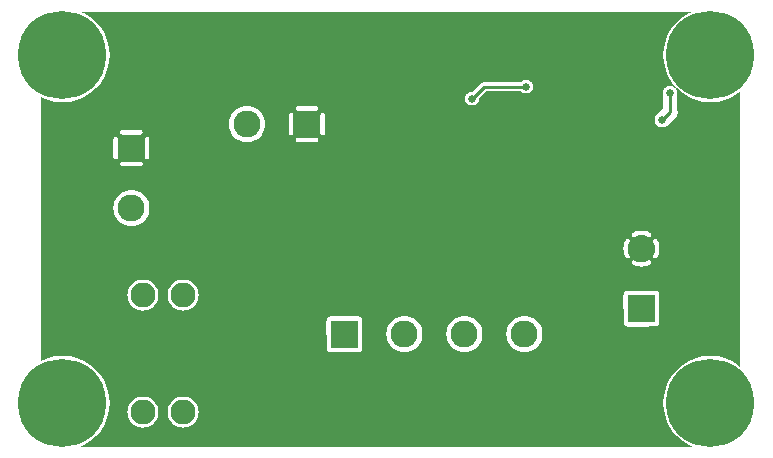
<source format=gbr>
G04 start of page 3 for group 1 idx 1 *
G04 Title: (unknown), bottom *
G04 Creator: pcb 4.0.2 *
G04 CreationDate: Thu Apr 18 02:51:52 2019 UTC *
G04 For: ndholmes *
G04 Format: Gerber/RS-274X *
G04 PCB-Dimensions (mil): 2500.00 1500.00 *
G04 PCB-Coordinate-Origin: lower left *
%MOIN*%
%FSLAX25Y25*%
%LNBOTTOM*%
%ADD32C,0.0630*%
%ADD31C,0.0550*%
%ADD30C,0.1285*%
%ADD29C,0.0120*%
%ADD28C,0.0260*%
%ADD27C,0.0900*%
%ADD26C,0.0830*%
%ADD25C,0.2937*%
%ADD24C,0.0100*%
%ADD23C,0.0001*%
G54D23*G36*
X218250Y11626D02*X218982Y9858D01*
X220272Y7753D01*
X221876Y5876D01*
X223753Y4272D01*
X225858Y2982D01*
X227022Y2500D01*
X218250D01*
Y11626D01*
G37*
G36*
Y127626D02*X218982Y125858D01*
X220272Y123753D01*
X221876Y121876D01*
X223753Y120272D01*
X225858Y118982D01*
X228138Y118038D01*
X230539Y117461D01*
X233000Y117268D01*
X235461Y117461D01*
X237862Y118038D01*
X240142Y118982D01*
X242247Y120272D01*
X243000Y120915D01*
Y29085D01*
X242247Y29728D01*
X240142Y31018D01*
X237862Y31962D01*
X235461Y32539D01*
X233000Y32732D01*
X230539Y32539D01*
X228138Y31962D01*
X225858Y31018D01*
X223753Y29728D01*
X221876Y28124D01*
X220272Y26247D01*
X218982Y24142D01*
X218250Y22374D01*
Y109217D01*
X218533Y109390D01*
X218838Y109662D01*
X221338Y112162D01*
X221610Y112467D01*
X221824Y112816D01*
X221980Y113194D01*
X222076Y113592D01*
X222108Y114000D01*
X222076Y114408D01*
X221980Y114806D01*
X221824Y115184D01*
X221800Y115223D01*
Y120500D01*
X221779Y120861D01*
X221694Y121213D01*
X221556Y121547D01*
X221366Y121856D01*
X221131Y122131D01*
X220856Y122366D01*
X220547Y122556D01*
X220213Y122694D01*
X219861Y122779D01*
X219500Y122807D01*
X219139Y122779D01*
X218787Y122694D01*
X218453Y122556D01*
X218250Y122431D01*
Y127626D01*
G37*
G36*
Y147500D02*X227022D01*
X225858Y147018D01*
X223753Y145728D01*
X221876Y144124D01*
X220272Y142247D01*
X218982Y140142D01*
X218250Y138374D01*
Y147500D01*
G37*
G36*
X214926Y109925D02*X215156Y109656D01*
X215467Y109390D01*
X215816Y109176D01*
X216194Y109020D01*
X216592Y108924D01*
X217000Y108892D01*
X217408Y108924D01*
X217806Y109020D01*
X218184Y109176D01*
X218250Y109217D01*
Y22374D01*
X218038Y21862D01*
X217461Y19461D01*
X217268Y17000D01*
X217461Y14539D01*
X218038Y12138D01*
X218250Y11626D01*
Y2500D01*
X214926D01*
Y42560D01*
X214965Y42569D01*
X215183Y42659D01*
X215384Y42783D01*
X215564Y42936D01*
X215717Y43116D01*
X215841Y43317D01*
X215931Y43535D01*
X215986Y43765D01*
X216000Y44000D01*
X215986Y53235D01*
X215931Y53465D01*
X215841Y53683D01*
X215717Y53884D01*
X215564Y54064D01*
X215384Y54217D01*
X215183Y54341D01*
X214965Y54431D01*
X214926Y54440D01*
Y65303D01*
X214930Y65305D01*
X215033Y65364D01*
X215125Y65438D01*
X215204Y65525D01*
X215266Y65625D01*
X215511Y66112D01*
X215705Y66622D01*
X215852Y67148D01*
X215951Y67684D01*
X216000Y68227D01*
Y68773D01*
X215951Y69316D01*
X215852Y69852D01*
X215705Y70378D01*
X215511Y70888D01*
X215272Y71378D01*
X215208Y71478D01*
X215128Y71566D01*
X215035Y71640D01*
X214932Y71699D01*
X214926Y71702D01*
Y109925D01*
G37*
G36*
Y147500D02*X218250D01*
Y138374D01*
X218038Y137862D01*
X217461Y135461D01*
X217268Y133000D01*
X217461Y130539D01*
X218038Y128138D01*
X218250Y127626D01*
Y122431D01*
X218144Y122366D01*
X217869Y122131D01*
X217634Y121856D01*
X217444Y121547D01*
X217306Y121213D01*
X217221Y120861D01*
X217193Y120500D01*
X217200Y120410D01*
Y115377D01*
X215162Y113338D01*
X214926Y113073D01*
Y147500D01*
G37*
G36*
Y2500D02*X210000D01*
Y42507D01*
X214735Y42514D01*
X214926Y42560D01*
Y2500D01*
G37*
G36*
X210000Y147500D02*X214926D01*
Y113073D01*
X214890Y113033D01*
X214676Y112684D01*
X214520Y112306D01*
X214424Y111908D01*
X214392Y111500D01*
X214424Y111092D01*
X214520Y110694D01*
X214676Y110316D01*
X214890Y109967D01*
X214926Y109925D01*
Y71702D01*
X214821Y71742D01*
X214705Y71766D01*
X214587Y71772D01*
X214468Y71760D01*
X214354Y71729D01*
X214245Y71680D01*
X214146Y71615D01*
X214058Y71535D01*
X213983Y71443D01*
X213924Y71340D01*
X213882Y71229D01*
X213857Y71113D01*
X213851Y70994D01*
X213864Y70876D01*
X213895Y70761D01*
X213946Y70654D01*
X214129Y70289D01*
X214274Y69907D01*
X214384Y69513D01*
X214458Y69111D01*
X214495Y68704D01*
Y68296D01*
X214458Y67889D01*
X214384Y67487D01*
X214274Y67093D01*
X214129Y66711D01*
X213950Y66344D01*
X213900Y66237D01*
X213869Y66123D01*
X213856Y66006D01*
X213862Y65888D01*
X213886Y65772D01*
X213928Y65662D01*
X213987Y65560D01*
X214061Y65468D01*
X214149Y65389D01*
X214248Y65324D01*
X214355Y65276D01*
X214469Y65245D01*
X214587Y65232D01*
X214705Y65238D01*
X214820Y65263D01*
X214926Y65303D01*
Y54440D01*
X214735Y54486D01*
X214500Y54500D01*
X210000Y54493D01*
Y62500D01*
X210273D01*
X210816Y62549D01*
X211352Y62648D01*
X211878Y62795D01*
X212388Y62989D01*
X212878Y63228D01*
X212978Y63292D01*
X213066Y63372D01*
X213140Y63465D01*
X213199Y63568D01*
X213242Y63679D01*
X213266Y63795D01*
X213272Y63913D01*
X213260Y64032D01*
X213229Y64146D01*
X213180Y64255D01*
X213115Y64354D01*
X213035Y64442D01*
X212943Y64517D01*
X212840Y64576D01*
X212729Y64618D01*
X212613Y64643D01*
X212494Y64649D01*
X212376Y64636D01*
X212261Y64605D01*
X212154Y64554D01*
X211789Y64371D01*
X211407Y64226D01*
X211013Y64116D01*
X210611Y64042D01*
X210204Y64005D01*
X210000D01*
Y72995D01*
X210204D01*
X210611Y72958D01*
X211013Y72884D01*
X211407Y72774D01*
X211789Y72629D01*
X212156Y72450D01*
X212263Y72400D01*
X212377Y72369D01*
X212494Y72356D01*
X212612Y72362D01*
X212728Y72386D01*
X212838Y72428D01*
X212940Y72487D01*
X213032Y72561D01*
X213111Y72649D01*
X213176Y72748D01*
X213224Y72855D01*
X213255Y72969D01*
X213268Y73087D01*
X213262Y73205D01*
X213237Y73320D01*
X213195Y73430D01*
X213136Y73533D01*
X213062Y73625D01*
X212975Y73704D01*
X212875Y73766D01*
X212388Y74011D01*
X211878Y74205D01*
X211352Y74352D01*
X210816Y74451D01*
X210273Y74500D01*
X210000D01*
Y147500D01*
G37*
G36*
X205074Y42560D02*X205265Y42514D01*
X205500Y42500D01*
X210000Y42507D01*
Y2500D01*
X205074D01*
Y42560D01*
G37*
G36*
Y147500D02*X210000D01*
Y74500D01*
X209727D01*
X209184Y74451D01*
X208648Y74352D01*
X208122Y74205D01*
X207612Y74011D01*
X207122Y73772D01*
X207022Y73708D01*
X206934Y73628D01*
X206860Y73535D01*
X206801Y73432D01*
X206758Y73321D01*
X206734Y73205D01*
X206728Y73087D01*
X206740Y72968D01*
X206771Y72854D01*
X206820Y72745D01*
X206885Y72646D01*
X206965Y72558D01*
X207057Y72483D01*
X207160Y72424D01*
X207271Y72382D01*
X207387Y72357D01*
X207506Y72351D01*
X207624Y72364D01*
X207739Y72395D01*
X207846Y72446D01*
X208211Y72629D01*
X208593Y72774D01*
X208987Y72884D01*
X209389Y72958D01*
X209796Y72995D01*
X210000D01*
Y64005D01*
X209796D01*
X209389Y64042D01*
X208987Y64116D01*
X208593Y64226D01*
X208211Y64371D01*
X207844Y64550D01*
X207737Y64600D01*
X207623Y64631D01*
X207506Y64644D01*
X207388Y64638D01*
X207272Y64614D01*
X207162Y64572D01*
X207060Y64513D01*
X206968Y64439D01*
X206889Y64351D01*
X206824Y64252D01*
X206776Y64145D01*
X206745Y64031D01*
X206732Y63913D01*
X206738Y63795D01*
X206763Y63680D01*
X206805Y63570D01*
X206864Y63467D01*
X206938Y63375D01*
X207025Y63296D01*
X207125Y63234D01*
X207612Y62989D01*
X208122Y62795D01*
X208648Y62648D01*
X209184Y62549D01*
X209727Y62500D01*
X210000D01*
Y54493D01*
X205265Y54486D01*
X205074Y54440D01*
Y65298D01*
X205179Y65258D01*
X205295Y65234D01*
X205413Y65228D01*
X205532Y65240D01*
X205646Y65271D01*
X205755Y65320D01*
X205854Y65385D01*
X205942Y65465D01*
X206017Y65557D01*
X206076Y65660D01*
X206118Y65771D01*
X206143Y65887D01*
X206149Y66006D01*
X206136Y66124D01*
X206105Y66239D01*
X206054Y66346D01*
X205871Y66711D01*
X205726Y67093D01*
X205616Y67487D01*
X205542Y67889D01*
X205505Y68296D01*
Y68704D01*
X205542Y69111D01*
X205616Y69513D01*
X205726Y69907D01*
X205871Y70289D01*
X206050Y70656D01*
X206100Y70763D01*
X206131Y70877D01*
X206144Y70994D01*
X206138Y71112D01*
X206114Y71228D01*
X206072Y71338D01*
X206013Y71440D01*
X205939Y71532D01*
X205851Y71611D01*
X205752Y71676D01*
X205645Y71724D01*
X205531Y71755D01*
X205413Y71768D01*
X205295Y71762D01*
X205180Y71737D01*
X205074Y71697D01*
Y147500D01*
G37*
G36*
X170991D02*X205074D01*
Y71697D01*
X205070Y71695D01*
X204967Y71636D01*
X204875Y71562D01*
X204796Y71475D01*
X204734Y71375D01*
X204489Y70888D01*
X204295Y70378D01*
X204148Y69852D01*
X204049Y69316D01*
X204000Y68773D01*
Y68227D01*
X204049Y67684D01*
X204148Y67148D01*
X204295Y66622D01*
X204489Y66112D01*
X204728Y65622D01*
X204792Y65522D01*
X204872Y65434D01*
X204965Y65360D01*
X205068Y65301D01*
X205074Y65298D01*
Y54440D01*
X205035Y54431D01*
X204817Y54341D01*
X204616Y54217D01*
X204436Y54064D01*
X204283Y53884D01*
X204159Y53683D01*
X204069Y53465D01*
X204014Y53235D01*
X204000Y53000D01*
X204014Y43765D01*
X204069Y43535D01*
X204159Y43317D01*
X204283Y43116D01*
X204436Y42936D01*
X204616Y42783D01*
X204817Y42659D01*
X205035Y42569D01*
X205074Y42560D01*
Y2500D01*
X170991D01*
Y33982D01*
X171000Y33981D01*
X171942Y34056D01*
X172860Y34276D01*
X173732Y34637D01*
X174538Y35131D01*
X175256Y35744D01*
X175869Y36462D01*
X176363Y37268D01*
X176724Y38140D01*
X176944Y39058D01*
X177000Y40000D01*
X176944Y40942D01*
X176724Y41860D01*
X176363Y42732D01*
X175869Y43538D01*
X175256Y44256D01*
X174538Y44869D01*
X173732Y45363D01*
X172860Y45724D01*
X171942Y45944D01*
X171000Y46019D01*
X170991Y46018D01*
Y120257D01*
X171139Y120221D01*
X171500Y120193D01*
X171861Y120221D01*
X172213Y120306D01*
X172547Y120444D01*
X172856Y120634D01*
X173131Y120869D01*
X173366Y121144D01*
X173556Y121453D01*
X173694Y121787D01*
X173779Y122139D01*
X173800Y122500D01*
X173779Y122861D01*
X173694Y123213D01*
X173556Y123547D01*
X173366Y123856D01*
X173131Y124131D01*
X172856Y124366D01*
X172547Y124556D01*
X172213Y124694D01*
X171861Y124779D01*
X171500Y124807D01*
X171139Y124779D01*
X170991Y124743D01*
Y147500D01*
G37*
G36*
Y2500D02*X162496D01*
Y121000D01*
X169756D01*
X169869Y120869D01*
X170144Y120634D01*
X170453Y120444D01*
X170787Y120306D01*
X170991Y120257D01*
Y46018D01*
X170058Y45944D01*
X169140Y45724D01*
X168268Y45363D01*
X167462Y44869D01*
X166744Y44256D01*
X166131Y43538D01*
X165637Y42732D01*
X165276Y41860D01*
X165056Y40942D01*
X164981Y40000D01*
X165056Y39058D01*
X165276Y38140D01*
X165637Y37268D01*
X166131Y36462D01*
X166744Y35744D01*
X167462Y35131D01*
X168268Y34637D01*
X169140Y34276D01*
X170058Y34056D01*
X170991Y33982D01*
Y2500D01*
G37*
G36*
X162496Y147500D02*X170991D01*
Y124743D01*
X170787Y124694D01*
X170453Y124556D01*
X170144Y124366D01*
X169869Y124131D01*
X169756Y124000D01*
X162496D01*
Y147500D01*
G37*
G36*
X150991D02*X162496D01*
Y124000D01*
X157559D01*
X157500Y124005D01*
X157265Y123986D01*
X157035Y123931D01*
X156817Y123841D01*
X156616Y123717D01*
X156615Y123717D01*
X156436Y123564D01*
X156398Y123519D01*
X153672Y120794D01*
X153500Y120807D01*
X153139Y120779D01*
X152787Y120694D01*
X152453Y120556D01*
X152144Y120366D01*
X151869Y120131D01*
X151634Y119856D01*
X151444Y119547D01*
X151306Y119213D01*
X151221Y118861D01*
X151193Y118500D01*
X151221Y118139D01*
X151306Y117787D01*
X151444Y117453D01*
X151634Y117144D01*
X151869Y116869D01*
X152144Y116634D01*
X152453Y116444D01*
X152787Y116306D01*
X153139Y116221D01*
X153500Y116193D01*
X153861Y116221D01*
X154213Y116306D01*
X154547Y116444D01*
X154856Y116634D01*
X155131Y116869D01*
X155366Y117144D01*
X155556Y117453D01*
X155694Y117787D01*
X155779Y118139D01*
X155800Y118500D01*
X155790Y118669D01*
X158121Y121000D01*
X162496D01*
Y2500D01*
X150991D01*
Y33982D01*
X151000Y33981D01*
X151942Y34056D01*
X152860Y34276D01*
X153732Y34637D01*
X154538Y35131D01*
X155256Y35744D01*
X155869Y36462D01*
X156363Y37268D01*
X156724Y38140D01*
X156944Y39058D01*
X157000Y40000D01*
X156944Y40942D01*
X156724Y41860D01*
X156363Y42732D01*
X155869Y43538D01*
X155256Y44256D01*
X154538Y44869D01*
X153732Y45363D01*
X152860Y45724D01*
X151942Y45944D01*
X151000Y46019D01*
X150991Y46018D01*
Y147500D01*
G37*
G36*
X130991D02*X150991D01*
Y46018D01*
X150058Y45944D01*
X149140Y45724D01*
X148268Y45363D01*
X147462Y44869D01*
X146744Y44256D01*
X146131Y43538D01*
X145637Y42732D01*
X145276Y41860D01*
X145056Y40942D01*
X144981Y40000D01*
X145056Y39058D01*
X145276Y38140D01*
X145637Y37268D01*
X146131Y36462D01*
X146744Y35744D01*
X147462Y35131D01*
X148268Y34637D01*
X149140Y34276D01*
X150058Y34056D01*
X150991Y33982D01*
Y2500D01*
X130991D01*
Y33982D01*
X131000Y33981D01*
X131942Y34056D01*
X132860Y34276D01*
X133732Y34637D01*
X134538Y35131D01*
X135256Y35744D01*
X135869Y36462D01*
X136363Y37268D01*
X136724Y38140D01*
X136944Y39058D01*
X137000Y40000D01*
X136944Y40942D01*
X136724Y41860D01*
X136363Y42732D01*
X135869Y43538D01*
X135256Y44256D01*
X134538Y44869D01*
X133732Y45363D01*
X132860Y45724D01*
X131942Y45944D01*
X131000Y46019D01*
X130991Y46018D01*
Y147500D01*
G37*
G36*
X111000D02*X130991D01*
Y46018D01*
X130058Y45944D01*
X129140Y45724D01*
X128268Y45363D01*
X127462Y44869D01*
X126744Y44256D01*
X126131Y43538D01*
X125637Y42732D01*
X125276Y41860D01*
X125056Y40942D01*
X124981Y40000D01*
X125056Y39058D01*
X125276Y38140D01*
X125637Y37268D01*
X126131Y36462D01*
X126744Y35744D01*
X127462Y35131D01*
X128268Y34637D01*
X129140Y34276D01*
X130058Y34056D01*
X130991Y33982D01*
Y2500D01*
X111000D01*
Y34007D01*
X115735Y34014D01*
X115965Y34069D01*
X116183Y34159D01*
X116384Y34283D01*
X116564Y34436D01*
X116717Y34616D01*
X116841Y34817D01*
X116931Y35035D01*
X116986Y35265D01*
X117000Y35500D01*
X116986Y44735D01*
X116931Y44965D01*
X116841Y45183D01*
X116717Y45384D01*
X116564Y45564D01*
X116384Y45717D01*
X116183Y45841D01*
X115965Y45931D01*
X115735Y45986D01*
X115500Y46000D01*
X111000Y45993D01*
Y147500D01*
G37*
G36*
X103750D02*X111000D01*
Y45993D01*
X106265Y45986D01*
X106035Y45931D01*
X105817Y45841D01*
X105616Y45717D01*
X105436Y45564D01*
X105283Y45384D01*
X105159Y45183D01*
X105069Y44965D01*
X105014Y44735D01*
X105000Y44500D01*
X105014Y35265D01*
X105069Y35035D01*
X105159Y34817D01*
X105283Y34616D01*
X105436Y34436D01*
X105616Y34283D01*
X105817Y34159D01*
X106035Y34069D01*
X106265Y34014D01*
X106500Y34000D01*
X111000Y34007D01*
Y2500D01*
X103750D01*
Y106248D01*
X103868Y106257D01*
X103982Y106285D01*
X104092Y106330D01*
X104192Y106391D01*
X104282Y106468D01*
X104359Y106558D01*
X104420Y106658D01*
X104465Y106768D01*
X104493Y106882D01*
X104500Y107000D01*
Y113000D01*
X104493Y113118D01*
X104465Y113232D01*
X104420Y113342D01*
X104359Y113442D01*
X104282Y113532D01*
X104192Y113609D01*
X104092Y113670D01*
X103982Y113715D01*
X103868Y113743D01*
X103750Y113752D01*
Y147500D01*
G37*
G36*
X98500D02*X103750D01*
Y113752D01*
X103632Y113743D01*
X103518Y113715D01*
X103408Y113670D01*
X103308Y113609D01*
X103218Y113532D01*
X103141Y113442D01*
X103080Y113342D01*
X103035Y113232D01*
X103007Y113118D01*
X103000Y113000D01*
Y107000D01*
X103007Y106882D01*
X103035Y106768D01*
X103080Y106658D01*
X103141Y106558D01*
X103218Y106468D01*
X103308Y106391D01*
X103408Y106330D01*
X103518Y106285D01*
X103632Y106257D01*
X103750Y106248D01*
Y2500D01*
X98500D01*
Y104000D01*
X101500D01*
X101618Y104007D01*
X101732Y104035D01*
X101842Y104080D01*
X101942Y104141D01*
X102032Y104218D01*
X102109Y104308D01*
X102170Y104408D01*
X102215Y104518D01*
X102243Y104632D01*
X102252Y104750D01*
X102243Y104868D01*
X102215Y104982D01*
X102170Y105092D01*
X102109Y105192D01*
X102032Y105282D01*
X101942Y105359D01*
X101842Y105420D01*
X101732Y105465D01*
X101618Y105493D01*
X101500Y105500D01*
X98500D01*
Y114500D01*
X101500D01*
X101618Y114507D01*
X101732Y114535D01*
X101842Y114580D01*
X101942Y114641D01*
X102032Y114718D01*
X102109Y114808D01*
X102170Y114908D01*
X102215Y115018D01*
X102243Y115132D01*
X102252Y115250D01*
X102243Y115368D01*
X102215Y115482D01*
X102170Y115592D01*
X102109Y115692D01*
X102032Y115782D01*
X101942Y115859D01*
X101842Y115920D01*
X101732Y115965D01*
X101618Y115993D01*
X101500Y116000D01*
X98500D01*
Y147500D01*
G37*
G36*
X93250D02*X98500D01*
Y116000D01*
X95500D01*
X95382Y115993D01*
X95268Y115965D01*
X95158Y115920D01*
X95058Y115859D01*
X94968Y115782D01*
X94891Y115692D01*
X94830Y115592D01*
X94785Y115482D01*
X94757Y115368D01*
X94748Y115250D01*
X94757Y115132D01*
X94785Y115018D01*
X94830Y114908D01*
X94891Y114808D01*
X94968Y114718D01*
X95058Y114641D01*
X95158Y114580D01*
X95268Y114535D01*
X95382Y114507D01*
X95500Y114500D01*
X98500D01*
Y105500D01*
X95500D01*
X95382Y105493D01*
X95268Y105465D01*
X95158Y105420D01*
X95058Y105359D01*
X94968Y105282D01*
X94891Y105192D01*
X94830Y105092D01*
X94785Y104982D01*
X94757Y104868D01*
X94748Y104750D01*
X94757Y104632D01*
X94785Y104518D01*
X94830Y104408D01*
X94891Y104308D01*
X94968Y104218D01*
X95058Y104141D01*
X95158Y104080D01*
X95268Y104035D01*
X95382Y104007D01*
X95500Y104000D01*
X98500D01*
Y2500D01*
X93250D01*
Y106248D01*
X93368Y106257D01*
X93482Y106285D01*
X93592Y106330D01*
X93692Y106391D01*
X93782Y106468D01*
X93859Y106558D01*
X93920Y106658D01*
X93965Y106768D01*
X93993Y106882D01*
X94000Y107000D01*
Y113000D01*
X93993Y113118D01*
X93965Y113232D01*
X93920Y113342D01*
X93859Y113442D01*
X93782Y113532D01*
X93692Y113609D01*
X93592Y113670D01*
X93482Y113715D01*
X93368Y113743D01*
X93250Y113752D01*
Y147500D01*
G37*
G36*
X78500D02*X93250D01*
Y113752D01*
X93132Y113743D01*
X93018Y113715D01*
X92908Y113670D01*
X92808Y113609D01*
X92718Y113532D01*
X92641Y113442D01*
X92580Y113342D01*
X92535Y113232D01*
X92507Y113118D01*
X92500Y113000D01*
Y107000D01*
X92507Y106882D01*
X92535Y106768D01*
X92580Y106658D01*
X92641Y106558D01*
X92718Y106468D01*
X92808Y106391D01*
X92908Y106330D01*
X93018Y106285D01*
X93132Y106257D01*
X93250Y106248D01*
Y2500D01*
X78500D01*
Y103981D01*
X79442Y104056D01*
X80360Y104276D01*
X81232Y104637D01*
X82038Y105131D01*
X82756Y105744D01*
X83369Y106462D01*
X83863Y107268D01*
X84224Y108140D01*
X84444Y109058D01*
X84500Y110000D01*
X84444Y110942D01*
X84224Y111860D01*
X83863Y112732D01*
X83369Y113538D01*
X82756Y114256D01*
X82038Y114869D01*
X81232Y115363D01*
X80360Y115724D01*
X79442Y115944D01*
X78500Y116019D01*
Y147500D01*
G37*
G36*
X91000D02*Y2500D01*
X78491D01*
Y103982D01*
X78500Y103981D01*
X79442Y104056D01*
X80360Y104276D01*
X81232Y104637D01*
X82038Y105131D01*
X82756Y105744D01*
X83369Y106462D01*
X83863Y107268D01*
X84224Y108140D01*
X84444Y109058D01*
X84500Y110000D01*
X84444Y110942D01*
X84224Y111860D01*
X83863Y112732D01*
X83369Y113538D01*
X82756Y114256D01*
X82038Y114869D01*
X81232Y115363D01*
X80360Y115724D01*
X79442Y115944D01*
X78500Y116019D01*
X78491Y116018D01*
Y147500D01*
X91000D01*
G37*
G36*
X78491Y2500D02*X57192D01*
Y8835D01*
X57200Y8834D01*
X58008Y8898D01*
X58796Y9087D01*
X59545Y9397D01*
X60236Y9821D01*
X60853Y10347D01*
X61379Y10964D01*
X61803Y11655D01*
X62113Y12404D01*
X62302Y13192D01*
X62350Y14000D01*
X62302Y14808D01*
X62113Y15596D01*
X61803Y16345D01*
X61379Y17036D01*
X60853Y17653D01*
X60236Y18179D01*
X59545Y18603D01*
X58796Y18913D01*
X58008Y19102D01*
X57200Y19166D01*
X57192Y19165D01*
Y47835D01*
X57200Y47834D01*
X58008Y47898D01*
X58796Y48087D01*
X59545Y48397D01*
X60236Y48821D01*
X60853Y49347D01*
X61379Y49964D01*
X61803Y50655D01*
X62113Y51404D01*
X62302Y52192D01*
X62350Y53000D01*
X62302Y53808D01*
X62113Y54596D01*
X61803Y55345D01*
X61379Y56036D01*
X60853Y56653D01*
X60236Y57179D01*
X59545Y57603D01*
X58796Y57913D01*
X58008Y58102D01*
X57200Y58166D01*
X57192Y58165D01*
Y147500D01*
X78491D01*
Y116018D01*
X77558Y115944D01*
X76640Y115724D01*
X75768Y115363D01*
X74962Y114869D01*
X74244Y114256D01*
X73631Y113538D01*
X73137Y112732D01*
X72776Y111860D01*
X72556Y110942D01*
X72481Y110000D01*
X72556Y109058D01*
X72776Y108140D01*
X73137Y107268D01*
X73631Y106462D01*
X74244Y105744D01*
X74962Y105131D01*
X75768Y104637D01*
X76640Y104276D01*
X77558Y104056D01*
X78491Y103982D01*
Y2500D01*
G37*
G36*
X57192D02*X45250D01*
Y9052D01*
X45396Y9087D01*
X46145Y9397D01*
X46836Y9821D01*
X47453Y10347D01*
X47979Y10964D01*
X48403Y11655D01*
X48713Y12404D01*
X48902Y13192D01*
X48950Y14000D01*
X48902Y14808D01*
X48713Y15596D01*
X48403Y16345D01*
X47979Y17036D01*
X47453Y17653D01*
X46836Y18179D01*
X46145Y18603D01*
X45396Y18913D01*
X45250Y18948D01*
Y48052D01*
X45396Y48087D01*
X46145Y48397D01*
X46836Y48821D01*
X47453Y49347D01*
X47979Y49964D01*
X48403Y50655D01*
X48713Y51404D01*
X48902Y52192D01*
X48950Y53000D01*
X48902Y53808D01*
X48713Y54596D01*
X48403Y55345D01*
X47979Y56036D01*
X47453Y56653D01*
X46836Y57179D01*
X46145Y57603D01*
X45396Y57913D01*
X45250Y57948D01*
Y79084D01*
X45363Y79268D01*
X45724Y80140D01*
X45944Y81058D01*
X46000Y82000D01*
X45944Y82942D01*
X45724Y83860D01*
X45363Y84732D01*
X45250Y84916D01*
Y98248D01*
X45368Y98257D01*
X45482Y98285D01*
X45592Y98330D01*
X45692Y98391D01*
X45782Y98468D01*
X45859Y98558D01*
X45920Y98658D01*
X45965Y98768D01*
X45993Y98882D01*
X46000Y99000D01*
Y105000D01*
X45993Y105118D01*
X45965Y105232D01*
X45920Y105342D01*
X45859Y105442D01*
X45782Y105532D01*
X45692Y105609D01*
X45592Y105670D01*
X45482Y105715D01*
X45368Y105743D01*
X45250Y105752D01*
Y147500D01*
X57192D01*
Y58165D01*
X56392Y58102D01*
X55604Y57913D01*
X54855Y57603D01*
X54164Y57179D01*
X53547Y56653D01*
X53021Y56036D01*
X52597Y55345D01*
X52287Y54596D01*
X52098Y53808D01*
X52034Y53000D01*
X52098Y52192D01*
X52287Y51404D01*
X52597Y50655D01*
X53021Y49964D01*
X53547Y49347D01*
X54164Y48821D01*
X54855Y48397D01*
X55604Y48087D01*
X56392Y47898D01*
X57192Y47835D01*
Y19165D01*
X56392Y19102D01*
X55604Y18913D01*
X54855Y18603D01*
X54164Y18179D01*
X53547Y17653D01*
X53021Y17036D01*
X52597Y16345D01*
X52287Y15596D01*
X52098Y14808D01*
X52034Y14000D01*
X52098Y13192D01*
X52287Y12404D01*
X52597Y11655D01*
X53021Y10964D01*
X53547Y10347D01*
X54164Y9821D01*
X54855Y9397D01*
X55604Y9087D01*
X56392Y8898D01*
X57192Y8835D01*
Y2500D01*
G37*
G36*
X45250Y84916D02*X44869Y85538D01*
X44256Y86256D01*
X43792Y86652D01*
Y147500D01*
X45250D01*
Y105752D01*
X45132Y105743D01*
X45018Y105715D01*
X44908Y105670D01*
X44808Y105609D01*
X44718Y105532D01*
X44641Y105442D01*
X44580Y105342D01*
X44535Y105232D01*
X44507Y105118D01*
X44500Y105000D01*
Y99000D01*
X44507Y98882D01*
X44535Y98768D01*
X44580Y98658D01*
X44641Y98558D01*
X44718Y98468D01*
X44808Y98391D01*
X44908Y98330D01*
X45018Y98285D01*
X45132Y98257D01*
X45250Y98248D01*
Y84916D01*
G37*
G36*
Y57948D02*X44608Y58102D01*
X43800Y58166D01*
X43792Y58165D01*
Y77348D01*
X44256Y77744D01*
X44869Y78462D01*
X45250Y79084D01*
Y57948D01*
G37*
G36*
Y18948D02*X44608Y19102D01*
X43800Y19166D01*
X43792Y19165D01*
Y47835D01*
X43800Y47834D01*
X44608Y47898D01*
X45250Y48052D01*
Y18948D01*
G37*
G36*
Y2500D02*X43792D01*
Y8835D01*
X43800Y8834D01*
X44608Y8898D01*
X45250Y9052D01*
Y2500D01*
G37*
G36*
X40000Y49519D02*X40147Y49347D01*
X40764Y48821D01*
X41455Y48397D01*
X42204Y48087D01*
X42992Y47898D01*
X43792Y47835D01*
Y19165D01*
X42992Y19102D01*
X42204Y18913D01*
X41455Y18603D01*
X40764Y18179D01*
X40147Y17653D01*
X40000Y17481D01*
Y49519D01*
G37*
G36*
Y75981D02*X40942Y76056D01*
X41860Y76276D01*
X42732Y76637D01*
X43538Y77131D01*
X43792Y77348D01*
Y58165D01*
X42992Y58102D01*
X42204Y57913D01*
X41455Y57603D01*
X40764Y57179D01*
X40147Y56653D01*
X40000Y56481D01*
Y75981D01*
G37*
G36*
Y147500D02*X43792D01*
Y86652D01*
X43538Y86869D01*
X42732Y87363D01*
X41860Y87724D01*
X40942Y87944D01*
X40000Y88019D01*
Y96000D01*
X43000D01*
X43118Y96007D01*
X43232Y96035D01*
X43342Y96080D01*
X43442Y96141D01*
X43532Y96218D01*
X43609Y96308D01*
X43670Y96408D01*
X43715Y96518D01*
X43743Y96632D01*
X43752Y96750D01*
X43743Y96868D01*
X43715Y96982D01*
X43670Y97092D01*
X43609Y97192D01*
X43532Y97282D01*
X43442Y97359D01*
X43342Y97420D01*
X43232Y97465D01*
X43118Y97493D01*
X43000Y97500D01*
X40000D01*
Y106500D01*
X43000D01*
X43118Y106507D01*
X43232Y106535D01*
X43342Y106580D01*
X43442Y106641D01*
X43532Y106718D01*
X43609Y106808D01*
X43670Y106908D01*
X43715Y107018D01*
X43743Y107132D01*
X43752Y107250D01*
X43743Y107368D01*
X43715Y107482D01*
X43670Y107592D01*
X43609Y107692D01*
X43532Y107782D01*
X43442Y107859D01*
X43342Y107920D01*
X43232Y107965D01*
X43118Y107993D01*
X43000Y108000D01*
X40000D01*
Y147500D01*
G37*
G36*
X43792Y2500D02*X40000D01*
Y10519D01*
X40147Y10347D01*
X40764Y9821D01*
X41455Y9397D01*
X42204Y9087D01*
X42992Y8898D01*
X43792Y8835D01*
Y2500D01*
G37*
G36*
X34750Y147500D02*X40000D01*
Y108000D01*
X37000D01*
X36882Y107993D01*
X36768Y107965D01*
X36658Y107920D01*
X36558Y107859D01*
X36468Y107782D01*
X36391Y107692D01*
X36330Y107592D01*
X36285Y107482D01*
X36257Y107368D01*
X36248Y107250D01*
X36257Y107132D01*
X36285Y107018D01*
X36330Y106908D01*
X36391Y106808D01*
X36468Y106718D01*
X36558Y106641D01*
X36658Y106580D01*
X36768Y106535D01*
X36882Y106507D01*
X37000Y106500D01*
X40000D01*
Y97500D01*
X37000D01*
X36882Y97493D01*
X36768Y97465D01*
X36658Y97420D01*
X36558Y97359D01*
X36468Y97282D01*
X36391Y97192D01*
X36330Y97092D01*
X36285Y96982D01*
X36257Y96868D01*
X36248Y96750D01*
X36257Y96632D01*
X36285Y96518D01*
X36330Y96408D01*
X36391Y96308D01*
X36468Y96218D01*
X36558Y96141D01*
X36658Y96080D01*
X36768Y96035D01*
X36882Y96007D01*
X37000Y96000D01*
X40000D01*
Y88019D01*
X39058Y87944D01*
X38140Y87724D01*
X37268Y87363D01*
X36462Y86869D01*
X35744Y86256D01*
X35131Y85538D01*
X34750Y84916D01*
Y98248D01*
X34868Y98257D01*
X34982Y98285D01*
X35092Y98330D01*
X35192Y98391D01*
X35282Y98468D01*
X35359Y98558D01*
X35420Y98658D01*
X35465Y98768D01*
X35493Y98882D01*
X35500Y99000D01*
Y105000D01*
X35493Y105118D01*
X35465Y105232D01*
X35420Y105342D01*
X35359Y105442D01*
X35282Y105532D01*
X35192Y105609D01*
X35092Y105670D01*
X34982Y105715D01*
X34868Y105743D01*
X34750Y105752D01*
Y147500D01*
G37*
G36*
X40000Y2500D02*X34750D01*
Y79084D01*
X35131Y78462D01*
X35744Y77744D01*
X36462Y77131D01*
X37268Y76637D01*
X38140Y76276D01*
X39058Y76056D01*
X40000Y75981D01*
Y56481D01*
X39621Y56036D01*
X39197Y55345D01*
X38887Y54596D01*
X38698Y53808D01*
X38634Y53000D01*
X38698Y52192D01*
X38887Y51404D01*
X39197Y50655D01*
X39621Y49964D01*
X40000Y49519D01*
Y17481D01*
X39621Y17036D01*
X39197Y16345D01*
X38887Y15596D01*
X38698Y14808D01*
X38634Y14000D01*
X38698Y13192D01*
X38887Y12404D01*
X39197Y11655D01*
X39621Y10964D01*
X40000Y10519D01*
Y2500D01*
G37*
G36*
X34750D02*X22978D01*
X24142Y2982D01*
X26247Y4272D01*
X28124Y5876D01*
X29728Y7753D01*
X31018Y9858D01*
X31962Y12138D01*
X32539Y14539D01*
X32684Y17000D01*
X32539Y19461D01*
X31962Y21862D01*
X31018Y24142D01*
X29728Y26247D01*
X28124Y28124D01*
X26247Y29728D01*
X24142Y31018D01*
X21862Y31962D01*
X19461Y32539D01*
X17000Y32732D01*
X14539Y32539D01*
X12138Y31962D01*
X10000Y31077D01*
Y118923D01*
X12138Y118038D01*
X14539Y117461D01*
X17000Y117268D01*
X19461Y117461D01*
X21862Y118038D01*
X24142Y118982D01*
X26247Y120272D01*
X28124Y121876D01*
X29728Y123753D01*
X31018Y125858D01*
X31962Y128138D01*
X32539Y130539D01*
X32684Y133000D01*
X32539Y135461D01*
X31962Y137862D01*
X31018Y140142D01*
X29728Y142247D01*
X28124Y144124D01*
X26247Y145728D01*
X24142Y147018D01*
X22978Y147500D01*
X34750D01*
Y105752D01*
X34632Y105743D01*
X34518Y105715D01*
X34408Y105670D01*
X34308Y105609D01*
X34218Y105532D01*
X34141Y105442D01*
X34080Y105342D01*
X34035Y105232D01*
X34007Y105118D01*
X34000Y105000D01*
Y99000D01*
X34007Y98882D01*
X34035Y98768D01*
X34080Y98658D01*
X34141Y98558D01*
X34218Y98468D01*
X34308Y98391D01*
X34408Y98330D01*
X34518Y98285D01*
X34632Y98257D01*
X34750Y98248D01*
Y84916D01*
X34637Y84732D01*
X34276Y83860D01*
X34056Y82942D01*
X33981Y82000D01*
X34056Y81058D01*
X34276Y80140D01*
X34637Y79268D01*
X34750Y79084D01*
Y2500D01*
G37*
G54D24*X217000Y111500D02*X219500Y114000D01*
Y120500D01*
X162000Y122500D02*X157500D01*
X171500D02*X157500D01*
X153500Y118500D01*
G54D25*X17000Y17000D03*
G54D23*G36*
X106500Y44500D02*Y35500D01*
X115500D01*
Y44500D01*
X106500D01*
G37*
G54D26*X57200Y53000D03*
X43800D03*
X57200Y14000D03*
X43800D03*
G54D25*X233000Y133000D03*
Y17000D03*
G54D23*G36*
X205500Y53000D02*Y44000D01*
X214500D01*
Y53000D01*
X205500D01*
G37*
G54D27*X210000Y68500D03*
X131000Y40000D03*
G54D23*G36*
X94000Y114500D02*Y105500D01*
X103000D01*
Y114500D01*
X94000D01*
G37*
G54D27*X78500Y110000D03*
X151000Y40000D03*
X171000D03*
G54D25*X17000Y133000D03*
G54D23*G36*
X35500Y106500D02*Y97500D01*
X44500D01*
Y106500D01*
X35500D01*
G37*
G54D27*X40000Y82000D03*
G54D28*X172000Y99500D03*
X165000D03*
X168500D03*
X165000Y96000D03*
Y92500D03*
X175500Y99500D03*
X190000D03*
X189000Y83500D03*
X82500Y5500D03*
X91500Y11500D03*
X192500Y83500D03*
X208500Y25000D03*
Y20500D03*
X184000Y123500D03*
X177000D03*
X180500D03*
X171500Y122500D03*
X153500Y118500D03*
X187500Y123500D03*
X191000D03*
X219500Y120500D03*
X217000Y111500D03*
G54D29*G54D30*G54D31*G54D32*G54D30*G54D31*G54D30*G54D31*M02*

</source>
